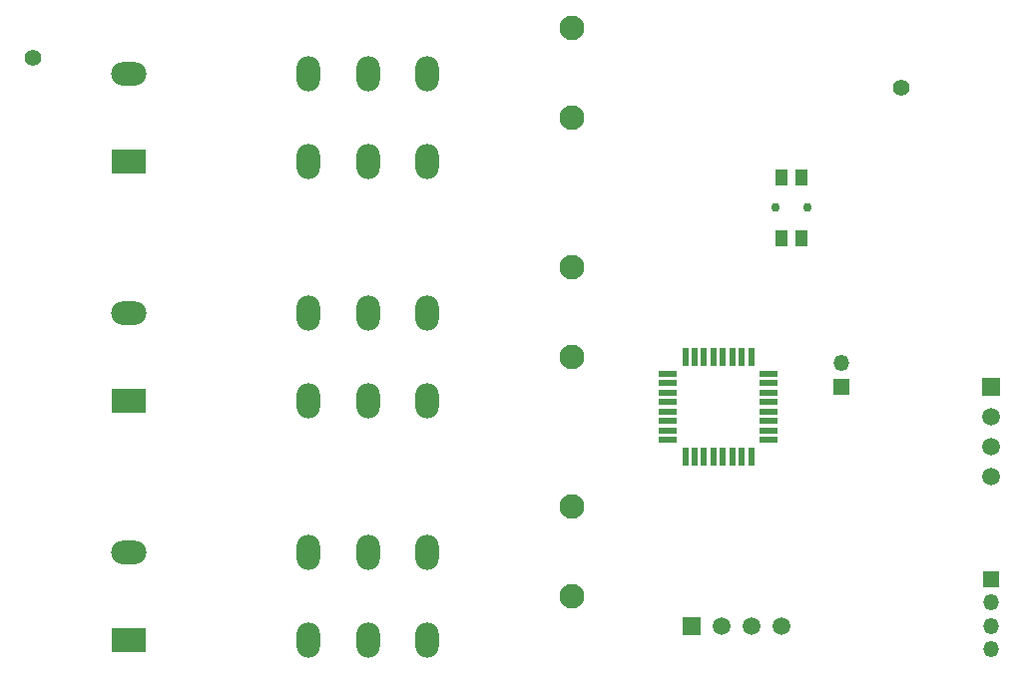
<source format=gbr>
%TF.GenerationSoftware,KiCad,Pcbnew,7.0.9*%
%TF.CreationDate,2023-12-03T00:18:19-03:00*%
%TF.ProjectId,E3,45332e6b-6963-4616-945f-706362585858,rev?*%
%TF.SameCoordinates,Original*%
%TF.FileFunction,Soldermask,Top*%
%TF.FilePolarity,Negative*%
%FSLAX46Y46*%
G04 Gerber Fmt 4.6, Leading zero omitted, Abs format (unit mm)*
G04 Created by KiCad (PCBNEW 7.0.9) date 2023-12-03 00:18:19*
%MOMM*%
%LPD*%
G01*
G04 APERTURE LIST*
%ADD10C,1.400000*%
%ADD11R,1.500000X1.500000*%
%ADD12C,1.500000*%
%ADD13R,1.600000X0.550000*%
%ADD14R,0.550000X1.600000*%
%ADD15O,2.000000X3.000000*%
%ADD16R,3.000000X2.000000*%
%ADD17O,3.000000X2.000000*%
%ADD18R,1.350000X1.350000*%
%ADD19O,1.350000X1.350000*%
%ADD20C,0.750000*%
%ADD21R,1.000000X1.450000*%
%ADD22C,2.100000*%
G04 APERTURE END LIST*
D10*
%TO.C,REF\u002A\u002A*%
X157480000Y-45720000D03*
%TD*%
%TO.C,REF\u002A\u002A*%
X83820000Y-43180000D03*
%TD*%
D11*
%TO.C,U3*%
X165100000Y-71120000D03*
D12*
X165100000Y-73660000D03*
X165100000Y-76200000D03*
X165100000Y-78740000D03*
%TD*%
D11*
%TO.C,U2*%
X139700000Y-91440000D03*
D12*
X142240000Y-91440000D03*
X144780000Y-91440000D03*
X147320000Y-91440000D03*
%TD*%
D13*
%TO.C,U1*%
X137730000Y-70030000D03*
X137730000Y-70830000D03*
X137730000Y-71630000D03*
X137730000Y-72430000D03*
X137730000Y-73230000D03*
X137730000Y-74030000D03*
X137730000Y-74830000D03*
X137730000Y-75630000D03*
D14*
X139180000Y-77080000D03*
X139980000Y-77080000D03*
X140780000Y-77080000D03*
X141580000Y-77080000D03*
X142380000Y-77080000D03*
X143180000Y-77080000D03*
X143980000Y-77080000D03*
X144780000Y-77080000D03*
D13*
X146230000Y-75630000D03*
X146230000Y-74830000D03*
X146230000Y-74030000D03*
X146230000Y-73230000D03*
X146230000Y-72430000D03*
X146230000Y-71630000D03*
X146230000Y-70830000D03*
X146230000Y-70030000D03*
D14*
X144780000Y-68580000D03*
X143980000Y-68580000D03*
X143180000Y-68580000D03*
X142380000Y-68580000D03*
X141580000Y-68580000D03*
X140780000Y-68580000D03*
X139980000Y-68580000D03*
X139180000Y-68580000D03*
%TD*%
D15*
%TO.C,K3*%
X112290000Y-92650000D03*
X112290000Y-85150000D03*
X107250000Y-92650000D03*
X107250000Y-85150000D03*
X117330000Y-92650000D03*
X117330000Y-85150000D03*
D16*
X91990000Y-92650000D03*
D17*
X91990000Y-85150000D03*
%TD*%
D15*
%TO.C,K2*%
X112290000Y-72330000D03*
X112290000Y-64830000D03*
X107250000Y-72330000D03*
X107250000Y-64830000D03*
X117330000Y-72330000D03*
X117330000Y-64830000D03*
D16*
X91990000Y-72330000D03*
D17*
X91990000Y-64830000D03*
%TD*%
D15*
%TO.C,K1*%
X112290000Y-52010000D03*
X112290000Y-44510000D03*
X107250000Y-52010000D03*
X107250000Y-44510000D03*
X117330000Y-52010000D03*
X117330000Y-44510000D03*
D16*
X91990000Y-52010000D03*
D17*
X91990000Y-44510000D03*
%TD*%
D18*
%TO.C,J5*%
X152400000Y-71120000D03*
D19*
X152400000Y-69120000D03*
%TD*%
D18*
%TO.C,J2*%
X165100000Y-87440000D03*
D19*
X165100000Y-89440000D03*
X165100000Y-91440000D03*
X165100000Y-93440000D03*
%TD*%
D20*
%TO.C,J1*%
X146795000Y-55915000D03*
X149545000Y-55915000D03*
D21*
X147320000Y-53340000D03*
X147320000Y-58490000D03*
X149020000Y-58490000D03*
X149020000Y-53340000D03*
%TD*%
D22*
%TO.C,H6*%
X129540000Y-88900000D03*
%TD*%
%TO.C,H5*%
X129540000Y-81280000D03*
%TD*%
%TO.C,H4*%
X129540000Y-68580000D03*
%TD*%
%TO.C,H3*%
X129540000Y-60960000D03*
%TD*%
%TO.C,H2*%
X129540000Y-48260000D03*
%TD*%
%TO.C,H1*%
X129540000Y-40640000D03*
%TD*%
M02*

</source>
